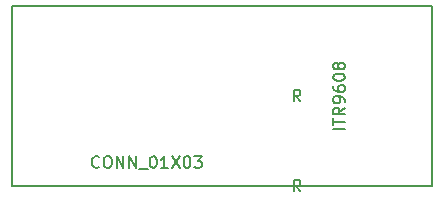
<source format=gbr>
G04 #@! TF.FileFunction,Other,Fab,Top*
%FSLAX46Y46*%
G04 Gerber Fmt 4.6, Leading zero omitted, Abs format (unit mm)*
G04 Created by KiCad (PCBNEW 4.0.1-3.201512221401+6198~38~ubuntu15.10.1-stable) date mié 20 ene 2016 14:59:35 CET*
%MOMM*%
G01*
G04 APERTURE LIST*
%ADD10C,0.100000*%
%ADD11C,0.200000*%
%ADD12C,0.150000*%
G04 APERTURE END LIST*
D10*
D11*
X163830000Y-99060000D02*
X162560000Y-99060000D01*
X163830000Y-114300000D02*
X163830000Y-99060000D01*
X128270000Y-114300000D02*
X163830000Y-114300000D01*
X128270000Y-99060000D02*
X128270000Y-114300000D01*
X162560000Y-99060000D02*
X128270000Y-99060000D01*
D12*
X135676191Y-112677143D02*
X135628572Y-112724762D01*
X135485715Y-112772381D01*
X135390477Y-112772381D01*
X135247619Y-112724762D01*
X135152381Y-112629524D01*
X135104762Y-112534286D01*
X135057143Y-112343810D01*
X135057143Y-112200952D01*
X135104762Y-112010476D01*
X135152381Y-111915238D01*
X135247619Y-111820000D01*
X135390477Y-111772381D01*
X135485715Y-111772381D01*
X135628572Y-111820000D01*
X135676191Y-111867619D01*
X136295238Y-111772381D02*
X136485715Y-111772381D01*
X136580953Y-111820000D01*
X136676191Y-111915238D01*
X136723810Y-112105714D01*
X136723810Y-112439048D01*
X136676191Y-112629524D01*
X136580953Y-112724762D01*
X136485715Y-112772381D01*
X136295238Y-112772381D01*
X136200000Y-112724762D01*
X136104762Y-112629524D01*
X136057143Y-112439048D01*
X136057143Y-112105714D01*
X136104762Y-111915238D01*
X136200000Y-111820000D01*
X136295238Y-111772381D01*
X137152381Y-112772381D02*
X137152381Y-111772381D01*
X137723810Y-112772381D01*
X137723810Y-111772381D01*
X138200000Y-112772381D02*
X138200000Y-111772381D01*
X138771429Y-112772381D01*
X138771429Y-111772381D01*
X139009524Y-112867619D02*
X139771429Y-112867619D01*
X140200000Y-111772381D02*
X140295239Y-111772381D01*
X140390477Y-111820000D01*
X140438096Y-111867619D01*
X140485715Y-111962857D01*
X140533334Y-112153333D01*
X140533334Y-112391429D01*
X140485715Y-112581905D01*
X140438096Y-112677143D01*
X140390477Y-112724762D01*
X140295239Y-112772381D01*
X140200000Y-112772381D01*
X140104762Y-112724762D01*
X140057143Y-112677143D01*
X140009524Y-112581905D01*
X139961905Y-112391429D01*
X139961905Y-112153333D01*
X140009524Y-111962857D01*
X140057143Y-111867619D01*
X140104762Y-111820000D01*
X140200000Y-111772381D01*
X141485715Y-112772381D02*
X140914286Y-112772381D01*
X141200000Y-112772381D02*
X141200000Y-111772381D01*
X141104762Y-111915238D01*
X141009524Y-112010476D01*
X140914286Y-112058095D01*
X141819048Y-111772381D02*
X142485715Y-112772381D01*
X142485715Y-111772381D02*
X141819048Y-112772381D01*
X143057143Y-111772381D02*
X143152382Y-111772381D01*
X143247620Y-111820000D01*
X143295239Y-111867619D01*
X143342858Y-111962857D01*
X143390477Y-112153333D01*
X143390477Y-112391429D01*
X143342858Y-112581905D01*
X143295239Y-112677143D01*
X143247620Y-112724762D01*
X143152382Y-112772381D01*
X143057143Y-112772381D01*
X142961905Y-112724762D01*
X142914286Y-112677143D01*
X142866667Y-112581905D01*
X142819048Y-112391429D01*
X142819048Y-112153333D01*
X142866667Y-111962857D01*
X142914286Y-111867619D01*
X142961905Y-111820000D01*
X143057143Y-111772381D01*
X143723810Y-111772381D02*
X144342858Y-111772381D01*
X144009524Y-112153333D01*
X144152382Y-112153333D01*
X144247620Y-112200952D01*
X144295239Y-112248571D01*
X144342858Y-112343810D01*
X144342858Y-112581905D01*
X144295239Y-112677143D01*
X144247620Y-112724762D01*
X144152382Y-112772381D01*
X143866667Y-112772381D01*
X143771429Y-112724762D01*
X143723810Y-112677143D01*
X156472381Y-109465714D02*
X155472381Y-109465714D01*
X155472381Y-109132381D02*
X155472381Y-108560952D01*
X156472381Y-108846667D02*
X155472381Y-108846667D01*
X156472381Y-107656190D02*
X155996190Y-107989524D01*
X156472381Y-108227619D02*
X155472381Y-108227619D01*
X155472381Y-107846666D01*
X155520000Y-107751428D01*
X155567619Y-107703809D01*
X155662857Y-107656190D01*
X155805714Y-107656190D01*
X155900952Y-107703809D01*
X155948571Y-107751428D01*
X155996190Y-107846666D01*
X155996190Y-108227619D01*
X156472381Y-107180000D02*
X156472381Y-106989524D01*
X156424762Y-106894285D01*
X156377143Y-106846666D01*
X156234286Y-106751428D01*
X156043810Y-106703809D01*
X155662857Y-106703809D01*
X155567619Y-106751428D01*
X155520000Y-106799047D01*
X155472381Y-106894285D01*
X155472381Y-107084762D01*
X155520000Y-107180000D01*
X155567619Y-107227619D01*
X155662857Y-107275238D01*
X155900952Y-107275238D01*
X155996190Y-107227619D01*
X156043810Y-107180000D01*
X156091429Y-107084762D01*
X156091429Y-106894285D01*
X156043810Y-106799047D01*
X155996190Y-106751428D01*
X155900952Y-106703809D01*
X155472381Y-105846666D02*
X155472381Y-106037143D01*
X155520000Y-106132381D01*
X155567619Y-106180000D01*
X155710476Y-106275238D01*
X155900952Y-106322857D01*
X156281905Y-106322857D01*
X156377143Y-106275238D01*
X156424762Y-106227619D01*
X156472381Y-106132381D01*
X156472381Y-105941904D01*
X156424762Y-105846666D01*
X156377143Y-105799047D01*
X156281905Y-105751428D01*
X156043810Y-105751428D01*
X155948571Y-105799047D01*
X155900952Y-105846666D01*
X155853333Y-105941904D01*
X155853333Y-106132381D01*
X155900952Y-106227619D01*
X155948571Y-106275238D01*
X156043810Y-106322857D01*
X155472381Y-105132381D02*
X155472381Y-105037142D01*
X155520000Y-104941904D01*
X155567619Y-104894285D01*
X155662857Y-104846666D01*
X155853333Y-104799047D01*
X156091429Y-104799047D01*
X156281905Y-104846666D01*
X156377143Y-104894285D01*
X156424762Y-104941904D01*
X156472381Y-105037142D01*
X156472381Y-105132381D01*
X156424762Y-105227619D01*
X156377143Y-105275238D01*
X156281905Y-105322857D01*
X156091429Y-105370476D01*
X155853333Y-105370476D01*
X155662857Y-105322857D01*
X155567619Y-105275238D01*
X155520000Y-105227619D01*
X155472381Y-105132381D01*
X155900952Y-104227619D02*
X155853333Y-104322857D01*
X155805714Y-104370476D01*
X155710476Y-104418095D01*
X155662857Y-104418095D01*
X155567619Y-104370476D01*
X155520000Y-104322857D01*
X155472381Y-104227619D01*
X155472381Y-104037142D01*
X155520000Y-103941904D01*
X155567619Y-103894285D01*
X155662857Y-103846666D01*
X155710476Y-103846666D01*
X155805714Y-103894285D01*
X155853333Y-103941904D01*
X155900952Y-104037142D01*
X155900952Y-104227619D01*
X155948571Y-104322857D01*
X155996190Y-104370476D01*
X156091429Y-104418095D01*
X156281905Y-104418095D01*
X156377143Y-104370476D01*
X156424762Y-104322857D01*
X156472381Y-104227619D01*
X156472381Y-104037142D01*
X156424762Y-103941904D01*
X156377143Y-103894285D01*
X156281905Y-103846666D01*
X156091429Y-103846666D01*
X155996190Y-103894285D01*
X155948571Y-103941904D01*
X155900952Y-104037142D01*
X152709524Y-107132381D02*
X152376190Y-106656190D01*
X152138095Y-107132381D02*
X152138095Y-106132381D01*
X152519048Y-106132381D01*
X152614286Y-106180000D01*
X152661905Y-106227619D01*
X152709524Y-106322857D01*
X152709524Y-106465714D01*
X152661905Y-106560952D01*
X152614286Y-106608571D01*
X152519048Y-106656190D01*
X152138095Y-106656190D01*
X152709524Y-114752381D02*
X152376190Y-114276190D01*
X152138095Y-114752381D02*
X152138095Y-113752381D01*
X152519048Y-113752381D01*
X152614286Y-113800000D01*
X152661905Y-113847619D01*
X152709524Y-113942857D01*
X152709524Y-114085714D01*
X152661905Y-114180952D01*
X152614286Y-114228571D01*
X152519048Y-114276190D01*
X152138095Y-114276190D01*
M02*

</source>
